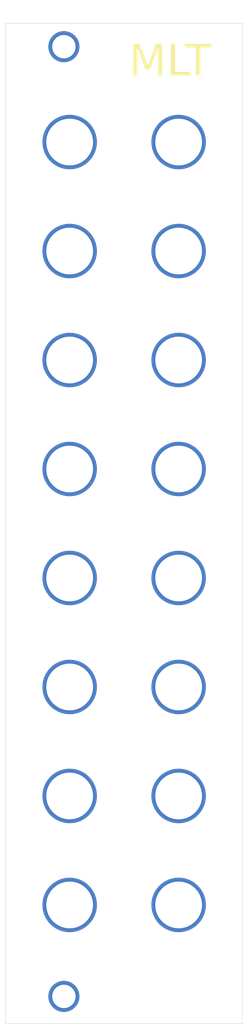
<source format=kicad_pcb>
(kicad_pcb
	(version 20240108)
	(generator "pcbnew")
	(generator_version "8.0")
	(general
		(thickness 1.6)
		(legacy_teardrops no)
	)
	(paper "A4")
	(layers
		(0 "F.Cu" signal)
		(31 "B.Cu" signal)
		(32 "B.Adhes" user "B.Adhesive")
		(33 "F.Adhes" user "F.Adhesive")
		(34 "B.Paste" user)
		(35 "F.Paste" user)
		(36 "B.SilkS" user "B.Silkscreen")
		(37 "F.SilkS" user "F.Silkscreen")
		(38 "B.Mask" user)
		(39 "F.Mask" user)
		(40 "Dwgs.User" user "User.Drawings")
		(41 "Cmts.User" user "User.Comments")
		(42 "Eco1.User" user "User.Eco1")
		(43 "Eco2.User" user "User.Eco2")
		(44 "Edge.Cuts" user)
		(45 "Margin" user)
		(46 "B.CrtYd" user "B.Courtyard")
		(47 "F.CrtYd" user "F.Courtyard")
		(48 "B.Fab" user)
		(49 "F.Fab" user)
		(50 "User.1" user)
		(51 "User.2" user)
		(52 "User.3" user)
		(53 "User.4" user)
		(54 "User.5" user)
		(55 "User.6" user)
		(56 "User.7" user)
		(57 "User.8" user)
		(58 "User.9" user)
	)
	(setup
		(pad_to_mask_clearance 0)
		(allow_soldermask_bridges_in_footprints no)
		(grid_origin 97.24 102)
		(pcbplotparams
			(layerselection 0x00010fc_ffffffff)
			(plot_on_all_layers_selection 0x0000000_00000000)
			(disableapertmacros no)
			(usegerberextensions no)
			(usegerberattributes yes)
			(usegerberadvancedattributes yes)
			(creategerberjobfile yes)
			(dashed_line_dash_ratio 12.000000)
			(dashed_line_gap_ratio 3.000000)
			(svgprecision 4)
			(plotframeref no)
			(viasonmask no)
			(mode 1)
			(useauxorigin no)
			(hpglpennumber 1)
			(hpglpenspeed 20)
			(hpglpendiameter 15.000000)
			(pdf_front_fp_property_popups yes)
			(pdf_back_fp_property_popups yes)
			(dxfpolygonmode yes)
			(dxfimperialunits yes)
			(dxfusepcbnewfont yes)
			(psnegative no)
			(psa4output no)
			(plotreference yes)
			(plotvalue yes)
			(plotfptext yes)
			(plotinvisibletext no)
			(sketchpadsonfab no)
			(subtractmaskfromsilk no)
			(outputformat 1)
			(mirror no)
			(drillshape 1)
			(scaleselection 1)
			(outputdirectory "")
		)
	)
	(net 0 "")
	(gr_rect
		(start 36.28 37.85)
		(end 66.76 166.35)
		(stroke
			(width 0.05)
			(type default)
		)
		(fill none)
		(layer "Edge.Cuts")
		(uuid "aa8793d2-a5aa-4399-8492-7f78a466f655")
	)
	(gr_circle
		(center 58.52 53.1)
		(end 64.52 53.1)
		(stroke
			(width 0.1)
			(type default)
		)
		(fill none)
		(layer "User.6")
		(uuid "0265d9d9-d534-4f08-bb21-f4ed96734088")
	)
	(gr_circle
		(center 44.52 137.1)
		(end 50.52 137.1)
		(stroke
			(width 0.1)
			(type default)
		)
		(fill none)
		(layer "User.6")
		(uuid "10c7c30f-35dc-4a97-b3aa-3907b5b36337")
	)
	(gr_circle
		(center 44.52 151.1)
		(end 50.52 151.1)
		(stroke
			(width 0.1)
			(type default)
		)
		(fill none)
		(layer "User.6")
		(uuid "2626ff9a-0efd-45a5-baac-34a1caf26555")
	)
	(gr_circle
		(center 58.52 81.1)
		(end 64.52 81.1)
		(stroke
			(width 0.1)
			(type default)
		)
		(fill none)
		(layer "User.6")
		(uuid "299544f4-7694-40da-8085-56731c3fbbdf")
	)
	(gr_circle
		(center 58.52 123.1)
		(end 64.52 123.1)
		(stroke
			(width 0.1)
			(type default)
		)
		(fill none)
		(layer "User.6")
		(uuid "4c880742-7898-40ab-9614-c0d1f37bfc8c")
	)
	(gr_circle
		(center 44.52 95.1)
		(end 50.52 95.1)
		(stroke
			(width 0.1)
			(type default)
		)
		(fill none)
		(layer "User.6")
		(uuid "4fda816b-d132-45a6-8ed3-0bd6f80f1c00")
	)
	(gr_circle
		(center 44.52 109.1)
		(end 50.52 109.1)
		(stroke
			(width 0.1)
			(type default)
		)
		(fill none)
		(layer "User.6")
		(uuid "5c37ae2c-1c69-4745-97e6-7927cdeb40eb")
	)
	(gr_circle
		(center 58.52 109.1)
		(end 64.52 109.1)
		(stroke
			(width 0.1)
			(type default)
		)
		(fill none)
		(layer "User.6")
		(uuid "71e944ff-46a1-4ef5-9706-7a061731dc39")
	)
	(gr_circle
		(center 44.52 53.1)
		(end 50.52 53.1)
		(stroke
			(width 0.1)
			(type default)
		)
		(fill none)
		(layer "User.6")
		(uuid "865275ae-1855-4280-b6a6-6a258c174726")
	)
	(gr_circle
		(center 44.52 123.1)
		(end 50.52 123.1)
		(stroke
			(width 0.1)
			(type default)
		)
		(fill none)
		(layer "User.6")
		(uuid "967bf253-bdb7-4398-964a-c1c141aea243")
	)
	(gr_circle
		(center 44.52 81.1)
		(end 50.52 81.1)
		(stroke
			(width 0.1)
			(type default)
		)
		(fill none)
		(layer "User.6")
		(uuid "bc1f2396-8dc7-4c91-806f-4d6192381f60")
	)
	(gr_circle
		(center 58.52 137.1)
		(end 64.52 137.1)
		(stroke
			(width 0.1)
			(type default)
		)
		(fill none)
		(layer "User.6")
		(uuid "c13f9b0f-00ca-4a3b-a2a8-b1183a3203c8")
	)
	(gr_circle
		(center 44.52 67.1)
		(end 50.52 67.1)
		(stroke
			(width 0.1)
			(type default)
		)
		(fill none)
		(layer "User.6")
		(uuid "ceb923d8-dc11-49a3-9839-d1d642f4dbcb")
	)
	(gr_circle
		(center 58.52 95.1)
		(end 64.52 95.1)
		(stroke
			(width 0.1)
			(type default)
		)
		(fill none)
		(layer "User.6")
		(uuid "daedd916-cf99-4409-8159-c715ee297913")
	)
	(gr_circle
		(center 58.52 151.1)
		(end 64.52 151.1)
		(stroke
			(width 0.1)
			(type default)
		)
		(fill none)
		(layer "User.6")
		(uuid "edb44c18-66ae-4bc2-aca4-8f62160bd567")
	)
	(gr_rect
		(start 36.28 37.85)
		(end 66.76 166.35)
		(stroke
			(width 0.1)
			(type default)
		)
		(fill none)
		(layer "User.6")
		(uuid "f94ac7e4-57f6-4fcb-b2e3-e8528a6cde0c")
	)
	(gr_circle
		(center 58.52 67.1)
		(end 64.52 67.1)
		(stroke
			(width 0.1)
			(type default)
		)
		(fill none)
		(layer "User.6")
		(uuid "fefd1100-def7-420c-8e4f-f5f27cfc78f6")
	)
	(gr_text "MLT"
		(at 57.44 42.9 0)
		(layer "F.SilkS")
		(uuid "c58f06c2-01e0-4f92-aee8-30286a673173")
		(effects
			(font
				(face "Dune Rise")
				(size 4 4)
				(thickness 0.1)
			)
		)
		(render_cache "MLT" 0
			(polygon
				(pts
					(xy 53.637627 40.058115) (xy 53.850931 40.072678) (xy 54.051939 40.116367) (xy 54.240651 40.189182)
					(xy 54.417067 40.291123) (xy 54.581187 40.42219) (xy 54.633161 40.472351) (xy 54.772941 40.633162)
					(xy 54.8838 40.805651) (xy 54.96574 40.989818) (xy 55.01876 41.185662) (xy 55.042859 41.393185)
					(xy 55.044466 41.464954) (xy 55.044466 44.56) (xy 54.667355 44.56) (xy 54.667355 41.464954) (xy 54.648548 41.261317)
					(xy 54.592128 41.072456) (xy 54.498095 40.898372) (xy 54.366448 40.739064) (xy 54.208056 40.606135)
					(xy 54.033789 40.511186) (xy 53.843646 40.454216) (xy 53.637627 40.435226) (xy 53.431608 40.454216)
					(xy 53.241465 40.511186) (xy 53.067198 40.606135) (xy 52.908807 40.739064) (xy 52.77716 40.898372)
					(xy 52.683126 41.072456) (xy 52.626706 41.261317) (xy 52.607899 41.464954) (xy 52.607899 44.56)
					(xy 52.230788 44.56) (xy 52.230788 41.464954) (xy 52.211799 41.261317) (xy 52.154829 41.072456)
					(xy 52.05988 40.898372) (xy 51.92695 40.739064) (xy 51.76746 40.606135) (xy 51.592826 40.511186)
					(xy 51.403049 40.454216) (xy 51.19813 40.435226) (xy 50.99321 40.454216) (xy 50.803433 40.511186)
					(xy 50.6288 40.606135) (xy 50.469309 40.739064) (xy 50.33638 40.898372) (xy 50.241431 41.072456)
					(xy 50.184461 41.261317) (xy 50.165471 41.464954) (xy 50.165471 44.56) (xy 49.78836 44.56) (xy 49.78836 41.464954)
					(xy 49.802889 41.253539) (xy 49.846475 41.053802) (xy 49.919118 40.865742) (xy 50.020818 40.689361)
					(xy 50.151576 40.524657) (xy 50.201619 40.472351) (xy 50.362762 40.331576) (xy 50.535514 40.219926)
					(xy 50.719876 40.137403) (xy 50.915846 40.084005) (xy 51.123426 40.059733) (xy 51.195199 40.058115)
					(xy 51.408268 40.073262) (xy 51.611137 40.118703) (xy 51.803804 40.194437) (xy 51.906434 40.249602)
					(xy 52.07791 40.367977) (xy 52.227438 40.507682) (xy 52.355018 40.668717) (xy 52.416413 40.767397)
					(xy 52.531955 40.594513) (xy 52.669754 40.442958) (xy 52.829809 40.312733) (xy 52.928346 40.249602)
					(xy 53.116377 40.157038) (xy 53.313372 40.094767) (xy 53.519332 40.06279)
				)
			)
			(polygon
				(pts
					(xy 59.419344 44.182889) (xy 60.302526 44.182889) (xy 60.640558 44.182889) (xy 60.640558 44.56)
					(xy 59.419344 44.56) (xy 56.138674 44.56) (xy 56.138674 44.266908) (xy 56.138674 44.182889) (xy 56.138674 40.058115)
					(xy 56.515785 40.058115) (xy 56.515785 44.182889)
				)
			)
			(polygon
				(pts
					(xy 60.617111 40.435226) (xy 60.617111 40.058115) (xy 65.118995 40.058115) (xy 65.118995 40.435226)
					(xy 63.059539 40.435226) (xy 63.059539 44.56) (xy 62.676567 44.56) (xy 62.676567 40.435226)
				)
			)
		)
	)
	(dimension
		(type aligned)
		(layer "User.6")
		(uuid "47d51076-edd5-4b6a-94a5-e558f074d727")
		(pts
			(xy 36.28 166.35) (xy 36.28 162.85)
		)
		(height 12)
		(gr_text "3,5000 mm"
			(at 47.13 164.6 90)
			(layer "User.6")
			(uuid "47d51076-edd5-4b6a-94a5-e558f074d727")
			(effects
				(font
					(size 1 1)
					(thickness 0.15)
				)
			)
		)
		(format
			(prefix "")
			(suffix "")
			(units 3)
			(units_format 1)
			(precision 4)
		)
		(style
			(thickness 0.1)
			(arrow_length 1.27)
			(text_position_mode 0)
			(extension_height 0.58642)
			(extension_offset 0.5) keep_text_aligned)
	)
	(dimension
		(type aligned)
		(layer "User.6")
		(uuid "5edf56c3-b4cb-4102-873f-ed29caffe64e")
		(pts
			(xy 36.28 37.85) (xy 36.28 40.85)
		)
		(height -12.5)
		(gr_text "3,0000 mm"
			(at 47.63 39.35 90)
			(layer "User.6")
			(uuid "5edf56c3-b4cb-4102-873f-ed29caffe64e")
			(effects
				(font
					(size 1 1)
					(thickness 0.15)
				)
			)
		)
		(format
			(prefix "")
			(suffix "")
			(units 3)
			(units_format 1)
			(precision 4)
		)
		(style
			(thickness 0.1)
			(arrow_length 1.27)
			(text_position_mode 0)
			(extension_height 0.58642)
			(extension_offset 0.5) keep_text_aligned)
	)
	(dimension
		(type aligned)
		(layer "User.6")
		(uuid "dff6d09b-81f9-4e7c-8c92-226b44d2cb8e")
		(pts
			(xy 36.28 166.35) (xy 43.78 166.35)
		)
		(height -129.5)
		(gr_text "7,5000 mm"
			(at 40.03 35.7 0)
			(layer "User.6")
			(uuid "dff6d09b-81f9-4e7c-8c92-226b44d2cb8e")
			(effects
				(font
					(size 1 1)
					(thickness 0.15)
				)
			)
		)
		(format
			(prefix "")
			(suffix "")
			(units 3)
			(units_format 1)
			(precision 4)
		)
		(style
			(thickness 0.1)
			(arrow_length 1.27)
			(text_position_mode 0)
			(extension_height 0.58642)
			(extension_offset 0.5) keep_text_aligned)
	)
	(via
		(at 44.52 81.1)
		(size 7)
		(drill 6)
		(layers "F.Cu" "B.Cu")
		(free yes)
		(net 0)
		(uuid "0788cc45-6b5c-4ab1-8cc5-10d1a794ecaa")
	)
	(via
		(at 58.52 81.1)
		(size 7)
		(drill 6)
		(layers "F.Cu" "B.Cu")
		(free yes)
		(net 0)
		(uuid "1f8d0e43-9b62-451d-971c-faa20d62974b")
	)
	(via
		(at 58.52 123.1)
		(size 7)
		(drill 6)
		(layers "F.Cu" "B.Cu")
		(free yes)
		(net 0)
		(uuid "3517776f-f01a-487b-a498-32ac36201011")
	)
	(via
		(at 44.52 151.1)
		(size 7)
		(drill 6)
		(layers "F.Cu" "B.Cu")
		(free yes)
		(net 0)
		(uuid "46ee1fea-2336-4925-8dc0-a071fc79b3f8")
	)
	(via
		(at 58.52 151.1)
		(size 7)
		(drill 6)
		(layers "F.Cu" "B.Cu")
		(free yes)
		(net 0)
		(uuid "4cf79286-bcd9-485c-b7dc-28dc7b88b0d8")
	)
	(via
		(at 58.52 95.1)
		(size 7)
		(drill 6)
		(layers "F.Cu" "B.Cu")
		(free yes)
		(net 0)
		(uuid "5a40c538-b46d-4d45-96c9-789ed993d05c")
	)
	(via
		(at 58.52 53.1)
		(size 7)
		(drill 6)
		(layers "F.Cu" "B.Cu")
		(free yes)
		(net 0)
		(uuid "64b24967-346a-4814-b5bf-8f7ff5eaf00b")
	)
	(via
		(at 44.52 109.1)
		(size 7)
		(drill 6)
		(layers "F.Cu" "B.Cu")
		(free yes)
		(net 0)
		(uuid "84f7373d-d12c-4b6b-93d5-0723db9ec275")
	)
	(via
		(at 43.78 40.85)
		(size 4)
		(drill 3)
		(layers "F.Cu" "B.Cu")
		(net 0)
		(uuid "973272d9-8ff1-4561-9576-20436e5119a0")
	)
	(via
		(at 44.52 123.1)
		(size 7)
		(drill 6)
		(layers "F.Cu" "B.Cu")
		(free yes)
		(net 0)
		(uuid "bfc53f4e-1d79-4746-a7a3-4a048504595d")
	)
	(via
		(at 44.52 53.1)
		(size 7)
		(drill 6)
		(layers "F.Cu" "B.Cu")
		(free yes)
		(net 0)
		(uuid "c07d4e04-d1fa-4602-8a82-9a44f390f3dc")
	)
	(via
		(at 44.52 95.1)
		(size 7)
		(drill 6)
		(layers "F.Cu" "B.Cu")
		(free yes)
		(net 0)
		(uuid "c0a3485b-76f5-4766-bf0f-b39de0310dbe")
	)
	(via
		(at 44.52 67.1)
		(size 7)
		(drill 6)
		(layers "F.Cu" "B.Cu")
		(free yes)
		(net 0)
		(uuid "d161ddd7-e57f-4c51-9bbd-2a2bb269047f")
	)
	(via
		(at 43.78 162.85)
		(size 4)
		(drill 3)
		(layers "F.Cu" "B.Cu")
		(net 0)
		(uuid "d43c2df7-866c-462e-960b-c7f0f2bf0d0d")
	)
	(via
		(at 44.52 137.1)
		(size 7)
		(drill 6)
		(layers "F.Cu" "B.Cu")
		(free yes)
		(net 0)
		(uuid "dd81c79b-e4e5-4269-8855-81af405b8882")
	)
	(via
		(at 58.52 67.1)
		(size 7)
		(drill 6)
		(layers "F.Cu" "B.Cu")
		(free yes)
		(net 0)
		(uuid "e16122c5-d8d4-46b1-86cf-75096bc665e2")
	)
	(via
		(at 58.52 137.1)
		(size 7)
		(drill 6)
		(layers "F.Cu" "B.Cu")
		(free yes)
		(net 0)
		(uuid "ea293350-b8bc-45b2-ae43-bafd70591613")
	)
	(via
		(at 58.52 109.1)
		(size 7)
		(drill 6)
		(layers "F.Cu" "B.Cu")
		(free yes)
		(net 0)
		(uuid "f709ee03-778a-4068-bb2c-f6b3c4a4fdad")
	)
)

</source>
